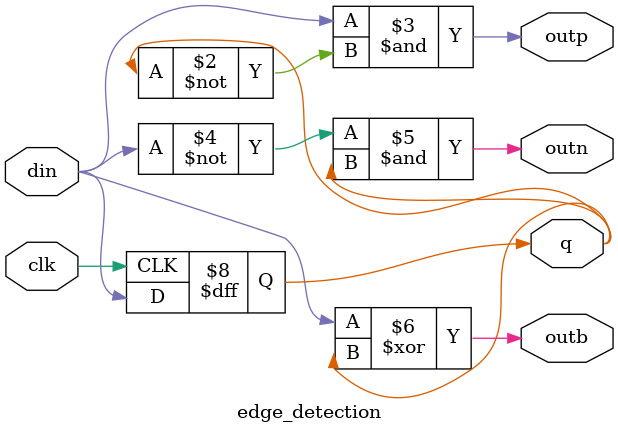
<source format=v>
module edge_detection(
input din,clk,
output outp,outn,outb,
output reg q=0
);
  

  always @(posedge clk)
begin
  q<=din;
end
  
  assign outp = (din&~q); 
  assign outn = (~din&q);
  assign outb = (din^q);
  

endmodule

</source>
